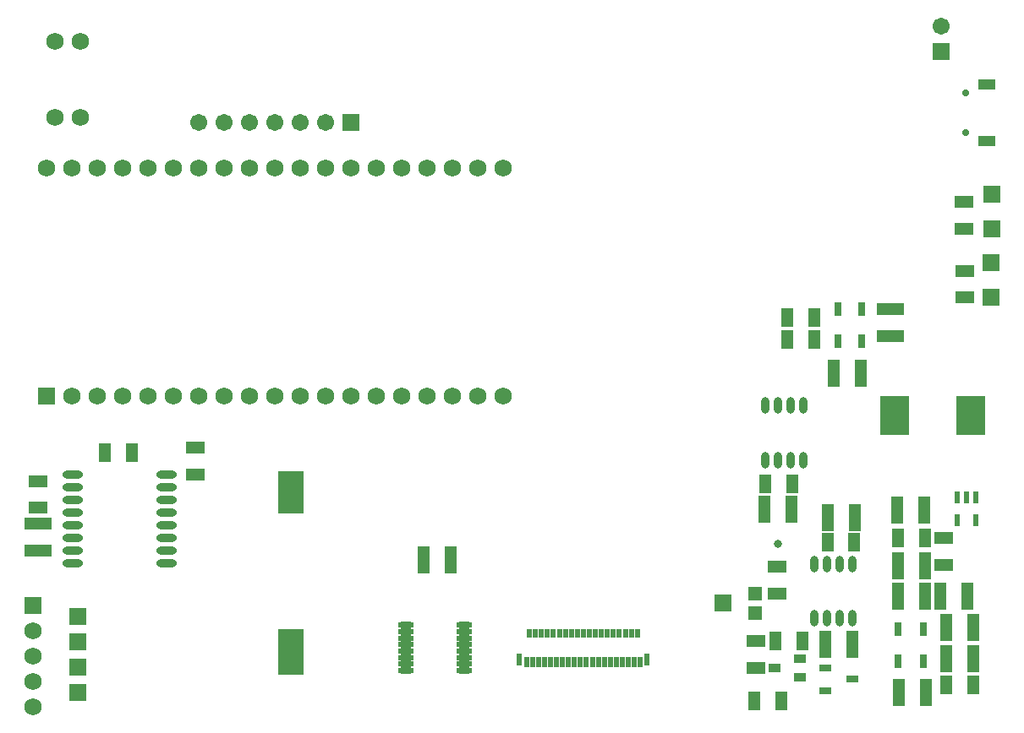
<source format=gts>
G04*
G04 #@! TF.GenerationSoftware,Altium Limited,Altium Designer,18.1.7 (191)*
G04*
G04 Layer_Color=8388736*
%FSLAX25Y25*%
%MOIN*%
G70*
G01*
G75*
%ADD39R,0.02800X0.05300*%
%ADD40R,0.01972X0.04769*%
%ADD41R,0.09855X0.16548*%
%ADD42R,0.09855X0.18123*%
%ADD43R,0.02375X0.04540*%
%ADD44R,0.01981X0.03950*%
%ADD45R,0.01981X0.03359*%
%ADD46R,0.05131X0.11036*%
%ADD47O,0.06312X0.02572*%
%ADD48R,0.07493X0.05131*%
%ADD49R,0.05131X0.07493*%
%ADD50O,0.08083X0.03162*%
%ADD51R,0.11036X0.05131*%
%ADD52R,0.06800X0.06800*%
%ADD53R,0.11800X0.15800*%
%ADD54R,0.04934X0.03556*%
%ADD55O,0.03162X0.06509*%
%ADD56R,0.05524X0.05524*%
%ADD57R,0.06706X0.07099*%
%ADD58R,0.04737X0.03162*%
%ADD59R,0.06706X0.06706*%
%ADD60C,0.06800*%
%ADD61C,0.06706*%
%ADD62R,0.06706X0.06706*%
%ADD63R,0.06706X0.03950*%
%ADD64C,0.02769*%
%ADD65R,0.06800X0.06800*%
%ADD66C,0.03300*%
D39*
X324715Y165350D02*
D03*
Y152650D02*
D03*
X334169Y152643D02*
D03*
Y165343D02*
D03*
X358438Y39109D02*
D03*
Y26409D02*
D03*
X348523D02*
D03*
Y39109D02*
D03*
D40*
X379178Y91287D02*
D03*
X375438D02*
D03*
X371698D02*
D03*
Y82231D02*
D03*
X379178D02*
D03*
D41*
X109200Y93100D02*
D03*
D42*
Y30108D02*
D03*
D43*
X249599Y27060D02*
D03*
X199206D02*
D03*
D44*
X246843Y25977D02*
D03*
X244481D02*
D03*
X242119D02*
D03*
X239757D02*
D03*
X237395D02*
D03*
X235032D02*
D03*
X232670D02*
D03*
X230308D02*
D03*
X227946D02*
D03*
X225584D02*
D03*
X223221D02*
D03*
X220859D02*
D03*
X218497D02*
D03*
X216135D02*
D03*
X213772D02*
D03*
X211410D02*
D03*
X209048D02*
D03*
X206686D02*
D03*
X204324D02*
D03*
X201961D02*
D03*
D45*
X245662Y37296D02*
D03*
X243300D02*
D03*
X240938D02*
D03*
X238576D02*
D03*
X236213D02*
D03*
X233851D02*
D03*
X231489D02*
D03*
X229127D02*
D03*
X226765D02*
D03*
X224402D02*
D03*
X222040D02*
D03*
X219678D02*
D03*
X217316D02*
D03*
X214954D02*
D03*
X212591D02*
D03*
X210229D02*
D03*
X207867D02*
D03*
X205505D02*
D03*
X203143D02*
D03*
D46*
X161485Y66500D02*
D03*
X172115D02*
D03*
X295761Y86348D02*
D03*
X306391D02*
D03*
X323200Y140200D02*
D03*
X333830D02*
D03*
X331336Y83132D02*
D03*
X320706D02*
D03*
X330499Y33077D02*
D03*
X319869D02*
D03*
X348068Y86051D02*
D03*
X358698D02*
D03*
X348523Y64159D02*
D03*
X359153D02*
D03*
X348523Y51959D02*
D03*
X359153D02*
D03*
X359298Y14251D02*
D03*
X348668D02*
D03*
X377953Y27559D02*
D03*
X367323D02*
D03*
X377953Y39759D02*
D03*
X367323D02*
D03*
X375753Y51959D02*
D03*
X365123D02*
D03*
D47*
X177514Y22743D02*
D03*
Y25302D02*
D03*
Y27861D02*
D03*
Y30420D02*
D03*
Y32979D02*
D03*
Y35538D02*
D03*
Y38098D02*
D03*
Y40657D02*
D03*
X154286Y22743D02*
D03*
Y25302D02*
D03*
Y27861D02*
D03*
Y30420D02*
D03*
Y32979D02*
D03*
Y35538D02*
D03*
Y38098D02*
D03*
Y40657D02*
D03*
D48*
X71574Y100180D02*
D03*
Y110810D02*
D03*
X9574Y97610D02*
D03*
Y86980D02*
D03*
X300800Y63815D02*
D03*
Y53185D02*
D03*
X374524Y197166D02*
D03*
Y207796D02*
D03*
X374846Y169966D02*
D03*
Y180596D02*
D03*
X292584Y34392D02*
D03*
Y23762D02*
D03*
X366438Y75074D02*
D03*
Y64444D02*
D03*
D49*
X46388Y108795D02*
D03*
X35759D02*
D03*
X320621Y73432D02*
D03*
X331251D02*
D03*
X306615Y96600D02*
D03*
X295985D02*
D03*
X315430Y153600D02*
D03*
X304800D02*
D03*
X315430Y162000D02*
D03*
X304800D02*
D03*
X291869Y10877D02*
D03*
X302499D02*
D03*
X348323Y75059D02*
D03*
X358953D02*
D03*
X310699Y34477D02*
D03*
X300069D02*
D03*
X377953Y17159D02*
D03*
X367323D02*
D03*
D50*
X60158Y65177D02*
D03*
Y70177D02*
D03*
Y75177D02*
D03*
Y80177D02*
D03*
Y85177D02*
D03*
Y90177D02*
D03*
Y95177D02*
D03*
Y100177D02*
D03*
X22953Y65177D02*
D03*
Y70177D02*
D03*
Y75177D02*
D03*
Y80177D02*
D03*
Y85177D02*
D03*
Y90177D02*
D03*
Y95177D02*
D03*
Y100177D02*
D03*
D51*
X9574Y80910D02*
D03*
Y70280D02*
D03*
X345515Y165315D02*
D03*
Y154685D02*
D03*
D52*
X25116Y44218D02*
D03*
Y34218D02*
D03*
Y24218D02*
D03*
Y14218D02*
D03*
X7516Y48418D02*
D03*
D53*
X347205Y123447D02*
D03*
X377205D02*
D03*
D54*
X299761Y23742D02*
D03*
X309800Y27483D02*
D03*
Y20002D02*
D03*
D55*
X330400Y64900D02*
D03*
X325400D02*
D03*
X320400D02*
D03*
X315400D02*
D03*
X330400Y43443D02*
D03*
X325400D02*
D03*
X320400D02*
D03*
X315400D02*
D03*
X296000Y105944D02*
D03*
X301000D02*
D03*
X306000D02*
D03*
X311000D02*
D03*
X296000Y127400D02*
D03*
X301000D02*
D03*
X306000D02*
D03*
X311000D02*
D03*
D56*
X292095Y53237D02*
D03*
Y45363D02*
D03*
D57*
X279300Y49300D02*
D03*
D58*
X330499Y19349D02*
D03*
X319869Y14822D02*
D03*
Y23877D02*
D03*
D59*
X385324Y196991D02*
D03*
Y210771D02*
D03*
X385124Y169991D02*
D03*
Y183771D02*
D03*
X365409Y267263D02*
D03*
D60*
X26124Y241081D02*
D03*
X16124D02*
D03*
X26124Y271081D02*
D03*
X16124D02*
D03*
X7516Y38418D02*
D03*
Y28418D02*
D03*
Y18418D02*
D03*
Y8418D02*
D03*
X192624Y131200D02*
D03*
X182624D02*
D03*
X172624D02*
D03*
X162624D02*
D03*
X152624D02*
D03*
X142624D02*
D03*
X132624D02*
D03*
X122624D02*
D03*
X112624D02*
D03*
X102624D02*
D03*
X92624D02*
D03*
X82624D02*
D03*
X72624D02*
D03*
X62624D02*
D03*
X52624D02*
D03*
X42624D02*
D03*
X32624D02*
D03*
X22624D02*
D03*
X192624Y221200D02*
D03*
X182624D02*
D03*
X172624D02*
D03*
X162624D02*
D03*
X152624D02*
D03*
X142624D02*
D03*
X132624D02*
D03*
X122624D02*
D03*
X112624D02*
D03*
X102624D02*
D03*
X92624D02*
D03*
X82624D02*
D03*
X72624D02*
D03*
X62624D02*
D03*
X52624D02*
D03*
X42624D02*
D03*
X32624D02*
D03*
X22624D02*
D03*
X12624D02*
D03*
D61*
X72624Y239081D02*
D03*
X82624D02*
D03*
X92624D02*
D03*
X102624D02*
D03*
X122624D02*
D03*
X112624D02*
D03*
X365409Y277263D02*
D03*
D62*
X132624Y239081D02*
D03*
D63*
X383554Y231918D02*
D03*
Y254162D02*
D03*
D64*
X375090Y250914D02*
D03*
Y235166D02*
D03*
D65*
X12624Y131200D02*
D03*
D66*
X301200Y72932D02*
D03*
M02*

</source>
